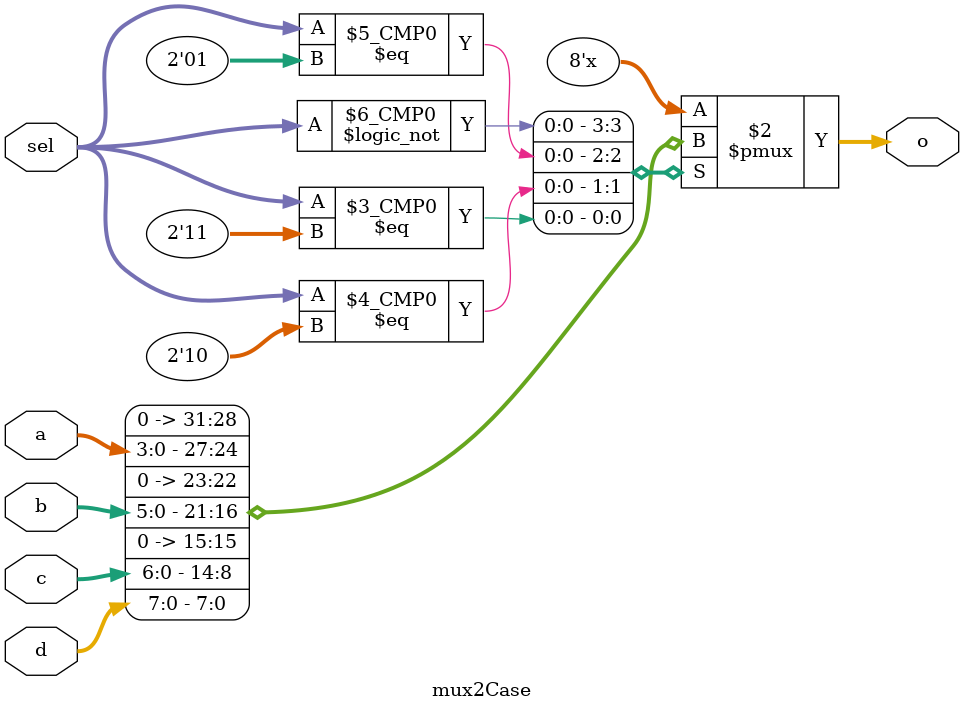
<source format=v>
`timescale 1ns / 1ps


module mux2Case(
        input wire [3:0]a,
        input wire [5:0]b,
        input wire [6:0]c,
        input wire [7:0]d,
        input wire [1:0] sel,
        output reg [7:0]o
    );

    always @(*) begin 
        case(sel)
            2'b00 : o[7:0] = {4'b0,a[3:0]};
            2'b01 : o[7:0] = {2'b0,b[5:0]};
            2'b10 : o[7:0] = {1'b0,c[6:0]};
            2'b11 : o[7:0] = d[7:0] ;
            default: o[7:0] = 8'h00 ;
        endcase 
            
    end 
    
endmodule

</source>
